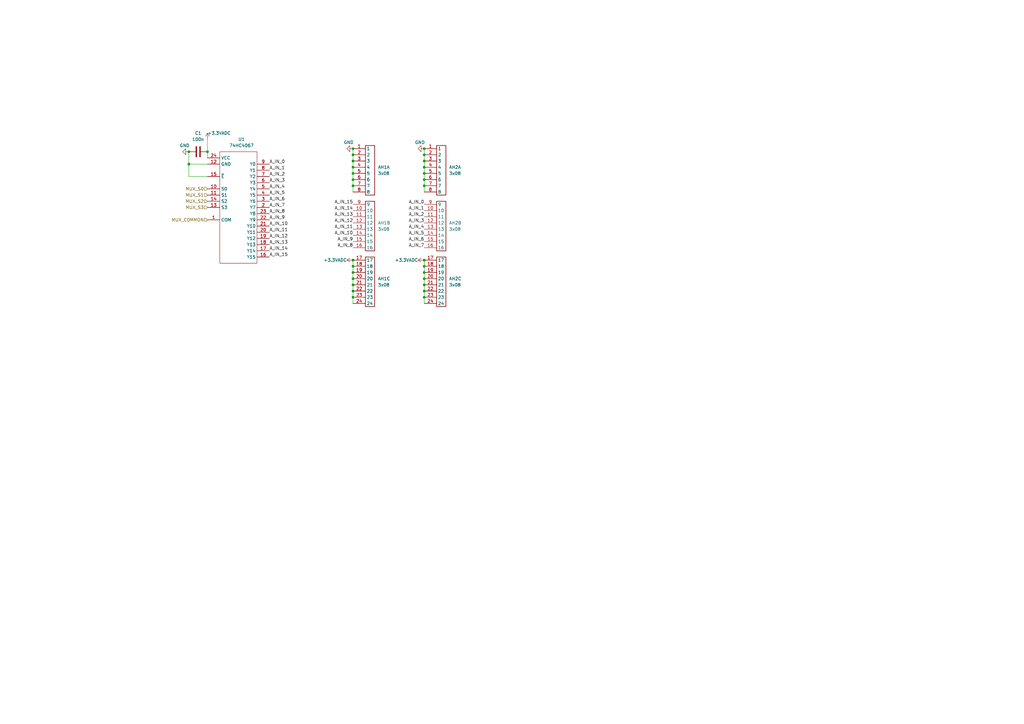
<source format=kicad_sch>
(kicad_sch (version 20211123) (generator eeschema)
  (paper "A3")
  (lib_symbols
    (symbol "Device:C" (pin_numbers hide) (pin_names (offset 0.254))
      (property "Reference" "C" (at 0.635 2.54 0))
      (property "Value" "C" (at 0.635 -2.54 0))
      (symbol "C_0_1"
        (polyline (pts (xy -2.032 -0.762) (xy 2.032 -0.762)) (stroke (width 0.508)))
        (polyline (pts (xy -2.032 0.762) (xy 2.032 0.762)) (stroke (width 0.508)))
      )
      (symbol "C_1_1"
        (pin passive line (at 0 3.81 270) (length 2.794) (name "~") (number "1"))
        (pin passive line (at 0 -3.81 90) (length 2.794) (name "~") (number "2"))
      )
    )
    (symbol "igor_lib:3x08"
      (property "Reference" "J?" (at 1.27 24.13 0))
      (property "Value" "3x08" (at 1.27 21.59 0))
      (symbol "3x08_1_1"
        (rectangle (start 0 20.32) (end 3.81 0) (stroke (width 0.254)))
        (pin passive line (at -5.08 19.05 0) (length 5.08) (name "1") (number "1"))
        (pin passive line (at -5.08 16.51 0) (length 5.08) (name "2") (number "2"))
        (pin passive line (at -5.08 13.97 0) (length 5.08) (name "3") (number "3"))
        (pin passive line (at -5.08 11.43 0) (length 5.08) (name "4") (number "4"))
        (pin passive line (at -5.08 8.89 0) (length 5.08) (name "5") (number "5"))
        (pin passive line (at -5.08 6.35 0) (length 5.08) (name "6") (number "6"))
        (pin passive line (at -5.08 3.81 0) (length 5.08) (name "7") (number "7"))
        (pin passive line (at -5.08 1.27 0) (length 5.08) (name "8") (number "8"))
      )
      (symbol "3x08_2_1"
        (rectangle (start 0 20.32) (end 3.81 0) (stroke (width 0.254)))
        (pin passive line (at -5.08 16.51 0) (length 5.08) (name "10") (number "10"))
        (pin passive line (at -5.08 13.97 0) (length 5.08) (name "11") (number "11"))
        (pin passive line (at -5.08 11.43 0) (length 5.08) (name "12") (number "12"))
        (pin passive line (at -5.08 8.89 0) (length 5.08) (name "13") (number "13"))
        (pin passive line (at -5.08 6.35 0) (length 5.08) (name "14") (number "14"))
        (pin passive line (at -5.08 3.81 0) (length 5.08) (name "15") (number "15"))
        (pin passive line (at -5.08 1.27 0) (length 5.08) (name "16") (number "16"))
        (pin passive line (at -5.08 19.05 0) (length 5.08) (name "9") (number "9"))
      )
      (symbol "3x08_3_1"
        (rectangle (start 0 20.32) (end 3.81 0) (stroke (width 0.254)))
        (pin passive line (at -5.08 19.05 0) (length 5.08) (name "17") (number "17"))
        (pin passive line (at -5.08 16.51 0) (length 5.08) (name "18") (number "18"))
        (pin passive line (at -5.08 13.97 0) (length 5.08) (name "19") (number "19"))
        (pin passive line (at -5.08 11.43 0) (length 5.08) (name "20") (number "20"))
        (pin passive line (at -5.08 8.89 0) (length 5.08) (name "21") (number "21"))
        (pin passive line (at -5.08 6.35 0) (length 5.08) (name "22") (number "22"))
        (pin passive line (at -5.08 3.81 0) (length 5.08) (name "23") (number "23"))
        (pin passive line (at -5.08 1.27 0) (length 5.08) (name "24") (number "24"))
      )
    )
    (symbol "igor_lib:74HC4067"
      (property "Reference" "U1" (at 6.35 49.53 0))
      (property "Value" "74HC4067" (at 2.54 46.99 0))
      (symbol "74HC4067_0_1"
        (rectangle (start 0 45.72) (end 15.24 0))
      )
      (symbol "74HC4067_1_1"
        (pin passive line (at -5.08 17.78 0) (length 5.08) (name "COM") (number "1"))
        (pin input line (at -5.08 30.48 0) (length 5.08) (name "S0") (number "10"))
        (pin input line (at -5.08 27.94 0) (length 5.08) (name "S1") (number "11"))
        (pin power_in line (at -5.08 40.64 0) (length 5.08) (name "GND") (number "12"))
        (pin input line (at -5.08 22.86 0) (length 5.08) (name "S3") (number "13"))
        (pin input line (at -5.08 25.4 0) (length 5.08) (name "S2") (number "14"))
        (pin input line (at -5.08 35.56 0) (length 5.08) (name "~{E}") (number "15"))
        (pin passive line (at 20.32 2.54 180) (length 5.08) (name "Y15") (number "16"))
        (pin passive line (at 20.32 5.08 180) (length 5.08) (name "Y14") (number "17"))
        (pin passive line (at 20.32 7.62 180) (length 5.08) (name "Y13") (number "18"))
        (pin passive line (at 20.32 10.16 180) (length 5.08) (name "Y12") (number "19"))
        (pin passive line (at 20.32 22.86 180) (length 5.08) (name "Y7") (number "2"))
        (pin passive line (at 20.32 12.7 180) (length 5.08) (name "Y11") (number "20"))
        (pin passive line (at 20.32 15.24 180) (length 5.08) (name "Y10") (number "21"))
        (pin passive line (at 20.32 17.78 180) (length 5.08) (name "Y9") (number "22"))
        (pin passive line (at 20.32 20.32 180) (length 5.08) (name "Y8") (number "23"))
        (pin power_in line (at -5.08 43.18 0) (length 5.08) (name "VCC") (number "24"))
        (pin passive line (at 20.32 25.4 180) (length 5.08) (name "Y6") (number "3"))
        (pin passive line (at 20.32 27.94 180) (length 5.08) (name "Y5") (number "4"))
        (pin passive line (at 20.32 30.48 180) (length 5.08) (name "Y4") (number "5"))
        (pin passive line (at 20.32 33.02 180) (length 5.08) (name "Y3") (number "6"))
        (pin passive line (at 20.32 35.56 180) (length 5.08) (name "Y2") (number "7"))
        (pin passive line (at 20.32 38.1 180) (length 5.08) (name "Y1") (number "8"))
        (pin passive line (at 20.32 40.64 180) (length 5.08) (name "Y0") (number "9"))
      )
    )
    (symbol "power:+3.3VADC" (power) (pin_names (offset 0))
      (property "Value" "+3.3VADC" (at 0 2.54 0))
      (symbol "+3.3VADC_0_0"
        (pin power_in line (at 0 0 90) (length 0) hide (name "+3.3VADC") (number "1"))
      )
      (symbol "+3.3VADC_0_1"
        (polyline (pts (xy -0.762 1.27) (xy 0 2.54)))
        (polyline (pts (xy 0 0) (xy 0 2.54)))
        (polyline (pts (xy 0 2.54) (xy 0.762 1.27)))
      )
    )
    (symbol "power:GND" (power) (pin_names (offset 0))
      (property "Value" "GND" (at 0 -3.81 0))
      (symbol "GND_0_1"
        (polyline (pts (xy 0 0) (xy 0 -1.27) (xy 1.27 -1.27) (xy 0 -2.54) (xy -1.27 -1.27) (xy 0 -1.27)))
      )
      (symbol "GND_1_1"
        (pin power_in line (at 0 0 270) (length 0) hide (name "GND") (number "1"))
      )
    )
  )
  (junction (at 173.99 119.38))
  (junction (at 173.99 121.92))
  (junction (at 173.99 66.04))
  (junction (at 144.78 66.04))
  (junction (at 144.78 114.3))
  (junction (at 173.99 116.84))
  (junction (at 144.78 111.76))
  (junction (at 173.99 111.76))
  (junction (at 173.99 63.5))
  (junction (at 144.78 106.68))
  (junction (at 144.78 73.66))
  (junction (at 173.99 71.12))
  (junction (at 173.99 76.2))
  (junction (at 173.99 73.66))
  (junction (at 77.47 67.31))
  (junction (at 144.78 109.22))
  (junction (at 144.78 119.38))
  (junction (at 173.99 68.58))
  (junction (at 173.99 60.96))
  (junction (at 144.78 71.12))
  (junction (at 77.47 62.23))
  (junction (at 173.99 109.22))
  (junction (at 144.78 76.2))
  (junction (at 144.78 121.92))
  (junction (at 144.78 116.84))
  (junction (at 173.99 106.68))
  (junction (at 144.78 68.58))
  (junction (at 144.78 60.96))
  (junction (at 173.99 114.3))
  (junction (at 144.78 63.5))
  (junction (at 85.09 62.23))
  (wire (pts (xy 77.47 67.31) (xy 77.47 62.23)))
  (wire (pts (xy 173.99 106.68) (xy 173.99 109.22)))
  (wire (pts (xy 85.09 67.31) (xy 77.47 67.31)))
  (wire (pts (xy 144.78 121.92) (xy 144.78 124.46)))
  (wire (pts (xy 144.78 116.84) (xy 144.78 119.38)))
  (wire (pts (xy 173.99 73.66) (xy 173.99 76.2)))
  (wire (pts (xy 77.47 72.39) (xy 77.47 67.31)))
  (wire (pts (xy 173.99 71.12) (xy 173.99 73.66)))
  (wire (pts (xy 85.09 62.23) (xy 85.09 64.77)))
  (wire (pts (xy 173.99 111.76) (xy 173.99 114.3)))
  (wire (pts (xy 144.78 63.5) (xy 144.78 66.04)))
  (wire (pts (xy 173.99 76.2) (xy 173.99 78.74)))
  (wire (pts (xy 85.09 57.15) (xy 85.09 62.23)))
  (wire (pts (xy 144.78 111.76) (xy 144.78 114.3)))
  (wire (pts (xy 144.78 68.58) (xy 144.78 71.12)))
  (wire (pts (xy 173.99 60.96) (xy 173.99 63.5)))
  (wire (pts (xy 173.99 114.3) (xy 173.99 116.84)))
  (wire (pts (xy 144.78 119.38) (xy 144.78 121.92)))
  (wire (pts (xy 173.99 109.22) (xy 173.99 111.76)))
  (wire (pts (xy 144.78 73.66) (xy 144.78 76.2)))
  (wire (pts (xy 173.99 119.38) (xy 173.99 121.92)))
  (wire (pts (xy 144.78 60.96) (xy 144.78 63.5)))
  (wire (pts (xy 144.78 106.68) (xy 144.78 109.22)))
  (wire (pts (xy 144.78 71.12) (xy 144.78 73.66)))
  (wire (pts (xy 173.99 63.5) (xy 173.99 66.04)))
  (wire (pts (xy 144.78 114.3) (xy 144.78 116.84)))
  (wire (pts (xy 173.99 68.58) (xy 173.99 71.12)))
  (wire (pts (xy 144.78 109.22) (xy 144.78 111.76)))
  (wire (pts (xy 144.78 76.2) (xy 144.78 78.74)))
  (wire (pts (xy 144.78 66.04) (xy 144.78 68.58)))
  (wire (pts (xy 173.99 116.84) (xy 173.99 119.38)))
  (wire (pts (xy 173.99 66.04) (xy 173.99 68.58)))
  (wire (pts (xy 85.09 72.39) (xy 77.47 72.39)))
  (wire (pts (xy 173.99 121.92) (xy 173.99 124.46)))
  (label "A_IN_1" (at 173.99 86.36 180))
  (label "A_IN_8" (at 144.78 101.6 180))
  (label "A_IN_13" (at 144.78 88.9 180))
  (label "A_IN_6" (at 110.49 82.55 0))
  (label "A_IN_10" (at 144.78 96.52 180))
  (label "A_IN_12" (at 144.78 91.44 180))
  (label "A_IN_9" (at 144.78 99.06 180))
  (label "A_IN_4" (at 110.49 77.47 0))
  (label "A_IN_10" (at 110.49 92.71 0))
  (label "A_IN_9" (at 110.49 90.17 0))
  (label "A_IN_14" (at 144.78 86.36 180))
  (label "A_IN_11" (at 144.78 93.98 180))
  (label "A_IN_15" (at 110.49 105.41 0))
  (label "A_IN_7" (at 110.49 85.09 0))
  (label "A_IN_13" (at 110.49 100.33 0))
  (label "A_IN_2" (at 173.99 88.9 180))
  (label "A_IN_14" (at 110.49 102.87 0))
  (label "A_IN_6" (at 173.99 99.06 180))
  (label "A_IN_12" (at 110.49 97.79 0))
  (label "A_IN_5" (at 110.49 80.01 0))
  (label "A_IN_8" (at 110.49 87.63 0))
  (label "A_IN_15" (at 144.78 83.82 180))
  (label "A_IN_3" (at 110.49 74.93 0))
  (label "A_IN_0" (at 110.49 67.31 0))
  (label "A_IN_5" (at 173.99 96.52 180))
  (label "A_IN_2" (at 110.49 72.39 0))
  (label "A_IN_3" (at 173.99 91.44 180))
  (label "A_IN_1" (at 110.49 69.85 0))
  (label "A_IN_11" (at 110.49 95.25 0))
  (label "A_IN_0" (at 173.99 83.82 180))
  (label "A_IN_4" (at 173.99 93.98 180))
  (label "A_IN_7" (at 173.99 101.6 180))
  (hierarchical_label "MUX_S0" (shape input) (at 85.09 77.47 180))
  (hierarchical_label "MUX_S3" (shape input) (at 85.09 85.09 180))
  (hierarchical_label "MUX_S2" (shape input) (at 85.09 82.55 180))
  (hierarchical_label "MUX_COMMON" (shape input) (at 85.09 90.17 180))
  (hierarchical_label "MUX_S1" (shape input) (at 85.09 80.01 180))
  (symbol (lib_id "igor_lib:3x08") (at 179.07 102.87 0) (unit 2)
    (property "Reference" "AH2" (at 184.15 91.4399 0) (effects (justify left)))
    (property "Value" "3x08" (at 184.15 93.9799 0) (effects (justify left)))
    (property "Footprint" "igor_footprint_lib:3x08" (effects hide))
  )
  (symbol (lib_id "power:GND") (at 77.47 62.23 270) (unit 1)
    (property "Reference" "#PWR0119" (effects hide))
    (property "Value" "GND" (at 73.66 59.69 90) (effects (justify left)))
  )
  (symbol (lib_id "igor_lib:74HC4067") (at 90.17 107.95 0) (unit 1)
    (property "Reference" "U1" (at 99.06 57.15 0))
    (property "Value" "74HC4067" (at 99.06 59.69 0))
    (property "Footprint" "Package_SO:SOIC-24W_7.5x15.4mm_P1.27mm" (effects hide))
    (property "LCSC" "C496123" (effects hide))
  )
  (symbol (lib_id "power:+3.3VADC") (at 173.99 106.68 90) (unit 1)
    (property "Reference" "#PWR0122" (effects hide))
    (property "Value" "+3.3VADC" (at 171.45 106.68 90) (effects (justify left)))
  )
  (symbol (lib_id "power:+3.3VADC") (at 85.09 57.15 0) (unit 1)
    (property "Reference" "#PWR0124" (effects hide))
    (property "Value" "+3.3VADC" (at 85.09 54.61 0) (effects (justify left)))
  )
  (symbol (lib_id "igor_lib:3x08") (at 149.86 125.73 0) (unit 3)
    (property "Reference" "AH1" (at 154.94 114.2999 0) (effects (justify left)))
    (property "Value" "3x08" (at 154.94 116.8399 0) (effects (justify left)))
    (property "Footprint" "igor_footprint_lib:3x08" (effects hide))
  )
  (symbol (lib_id "power:GND") (at 144.78 60.96 270) (unit 1)
    (property "Reference" "#PWR0116" (effects hide))
    (property "Value" "GND" (at 140.97 58.42 90) (effects (justify left)))
  )
  (symbol (lib_id "Device:C") (at 81.28 62.23 90) (unit 1)
    (property "Reference" "C1" (at 81.28 54.61 90))
    (property "Value" "100n" (at 81.28 57.15 90))
    (property "Footprint" "Capacitor_SMD:C_0402_1005Metric" (effects hide))
    (property "LCSC" "C1525" (effects hide))
  )
  (symbol (lib_id "power:GND") (at 173.99 60.96 270) (unit 1)
    (property "Reference" "#PWR0117" (effects hide))
    (property "Value" "GND" (at 170.18 58.42 90) (effects (justify left)))
  )
  (symbol (lib_id "power:+3.3VADC") (at 144.78 106.68 90) (unit 1)
    (property "Reference" "#PWR0123" (effects hide))
    (property "Value" "+3.3VADC" (at 142.24 106.68 90) (effects (justify left)))
  )
  (symbol (lib_id "igor_lib:3x08") (at 149.86 102.87 0) (unit 2)
    (property "Reference" "AH1" (at 154.94 91.4399 0) (effects (justify left)))
    (property "Value" "3x08" (at 154.94 93.9799 0) (effects (justify left)))
    (property "Footprint" "igor_footprint_lib:3x08" (effects hide))
  )
  (symbol (lib_id "igor_lib:3x08") (at 179.07 80.01 0) (unit 1)
    (property "Reference" "AH2" (at 184.15 68.5799 0) (effects (justify left)))
    (property "Value" "3x08" (at 184.15 71.1199 0) (effects (justify left)))
    (property "Footprint" "igor_footprint_lib:3x08" (effects hide))
  )
  (symbol (lib_id "igor_lib:3x08") (at 179.07 125.73 0) (unit 3)
    (property "Reference" "AH2" (at 184.15 114.2999 0) (effects (justify left)))
    (property "Value" "3x08" (at 184.15 116.8399 0) (effects (justify left)))
    (property "Footprint" "igor_footprint_lib:3x08" (effects hide))
  )
  (symbol (lib_id "igor_lib:3x08") (at 149.86 80.01 0) (unit 1)
    (property "Reference" "AH1" (at 154.94 68.5799 0) (effects (justify left)))
    (property "Value" "3x08" (at 154.94 71.1199 0) (effects (justify left)))
    (property "Footprint" "igor_footprint_lib:3x08" (effects hide))
  )
)
</source>
